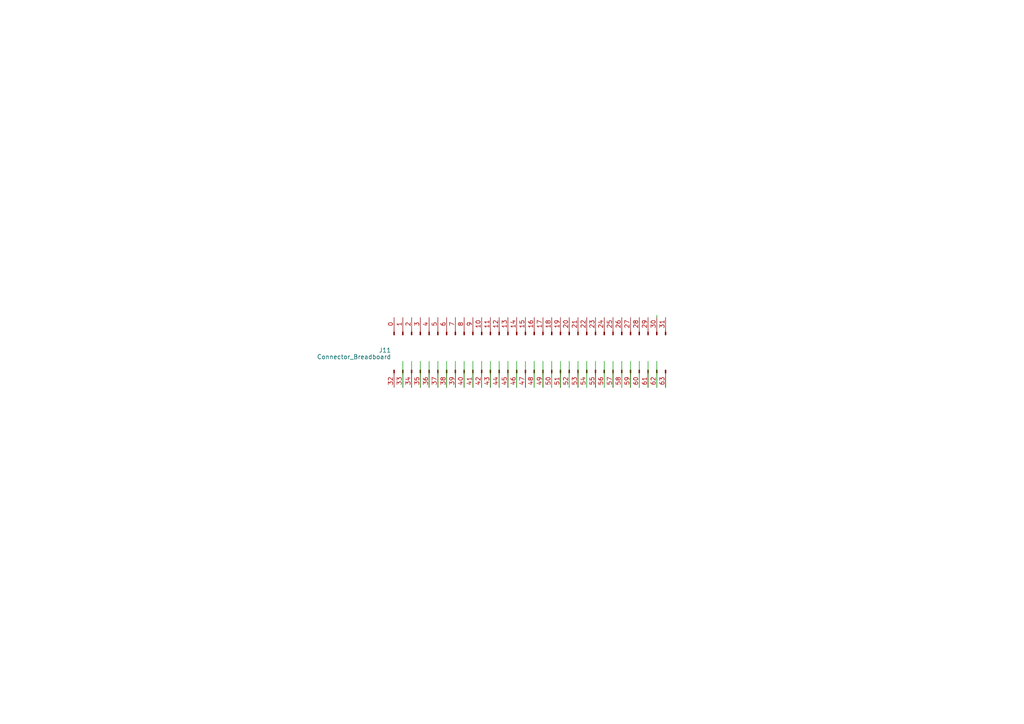
<source format=kicad_sch>
(kicad_sch (version 20230121) (generator eeschema)
  (paper "A4")
  (lib_symbols
    (symbol "JumperlessSymbols:Breadboard" (pin_names (offset 1.016) hide)
      (property "Reference" "J" (at 0 43.18 0))
      (property "Value" "Connector_Breadboard" (at 0 -43.18 0))
      (symbol "Breadboard_1_1"
        (rectangle (start -11.0236 -37.973) (end -10.16 -38.227) (stroke (width 0.1524)) (fill (type outline)))
        (rectangle (start -11.0236 -35.433) (end -10.16 -35.687) (stroke (width 0.1524)) (fill (type outline)))
        (rectangle (start -11.0236 -32.893) (end -10.16 -33.147) (stroke (width 0.1524)) (fill (type outline)))
        (rectangle (start -11.0236 -30.353) (end -10.16 -30.607) (stroke (width 0.1524)) (fill (type outline)))
        (rectangle (start -11.0236 -27.813) (end -10.16 -28.067) (stroke (width 0.1524)) (fill (type outline)))
        (rectangle (start -11.0236 -25.273) (end -10.16 -25.527) (stroke (width 0.1524)) (fill (type outline)))
        (rectangle (start -11.0236 -22.733) (end -10.16 -22.987) (stroke (width 0.1524)) (fill (type outline)))
        (rectangle (start -11.0236 -20.193) (end -10.16 -20.447) (stroke (width 0.1524)) (fill (type outline)))
        (rectangle (start -11.0236 -17.653) (end -10.16 -17.907) (stroke (width 0.1524)) (fill (type outline)))
        (rectangle (start -11.0236 -15.113) (end -10.16 -15.367) (stroke (width 0.1524)) (fill (type outline)))
        (rectangle (start -11.0236 -12.573) (end -10.16 -12.827) (stroke (width 0.1524)) (fill (type outline)))
        (rectangle (start -11.0236 -10.033) (end -10.16 -10.287) (stroke (width 0.1524)) (fill (type outline)))
        (rectangle (start -11.0236 -7.493) (end -10.16 -7.747) (stroke (width 0.1524)) (fill (type outline)))
        (rectangle (start -11.0236 -4.953) (end -10.16 -5.207) (stroke (width 0.1524)) (fill (type outline)))
        (rectangle (start -11.0236 -2.413) (end -10.16 -2.667) (stroke (width 0.1524)) (fill (type outline)))
        (rectangle (start -11.0236 0.127) (end -10.16 -0.127) (stroke (width 0.1524)) (fill (type outline)))
        (rectangle (start -11.0236 2.667) (end -10.16 2.413) (stroke (width 0.1524)) (fill (type outline)))
        (rectangle (start -11.0236 5.207) (end -10.16 4.953) (stroke (width 0.1524)) (fill (type outline)))
        (rectangle (start -11.0236 7.747) (end -10.16 7.493) (stroke (width 0.1524)) (fill (type outline)))
        (rectangle (start -11.0236 10.287) (end -10.16 10.033) (stroke (width 0.1524)) (fill (type outline)))
        (rectangle (start -11.0236 12.827) (end -10.16 12.573) (stroke (width 0.1524)) (fill (type outline)))
        (rectangle (start -11.0236 15.367) (end -10.16 15.113) (stroke (width 0.1524)) (fill (type outline)))
        (rectangle (start -11.0236 17.907) (end -10.16 17.653) (stroke (width 0.1524)) (fill (type outline)))
        (rectangle (start -11.0236 20.447) (end -10.16 20.193) (stroke (width 0.1524)) (fill (type outline)))
        (rectangle (start -11.0236 22.987) (end -10.16 22.733) (stroke (width 0.1524)) (fill (type outline)))
        (rectangle (start -11.0236 25.527) (end -10.16 25.273) (stroke (width 0.1524)) (fill (type outline)))
        (rectangle (start -11.0236 28.067) (end -10.16 27.813) (stroke (width 0.1524)) (fill (type outline)))
        (rectangle (start -11.0236 30.607) (end -10.16 30.353) (stroke (width 0.1524)) (fill (type outline)))
        (rectangle (start -11.0236 33.147) (end -10.16 32.893) (stroke (width 0.1524)) (fill (type outline)))
        (rectangle (start -11.0236 35.687) (end -10.16 35.433) (stroke (width 0.1524)) (fill (type outline)))
        (rectangle (start -11.0236 38.227) (end -10.16 37.973) (stroke (width 0.1524)) (fill (type outline)))
        (rectangle (start -11.0236 40.767) (end -10.16 40.513) (stroke (width 0.1524)) (fill (type outline)))
        (polyline (pts (xy -11.43 -38.1) (xy -11.0236 -38.1)) (stroke (width 0.1524)))
        (polyline (pts (xy -11.43 -35.56) (xy -11.0236 -35.56)) (stroke (width 0.1524)))
        (polyline (pts (xy -11.43 -33.02) (xy -11.0236 -33.02)) (stroke (width 0.1524)))
        (polyline (pts (xy -11.43 -30.48) (xy -11.0236 -30.48)) (stroke (width 0.1524)))
        (polyline (pts (xy -11.43 -27.94) (xy -11.0236 -27.94)) (stroke (width 0.1524)))
        (polyline (pts (xy -11.43 -25.4) (xy -11.0236 -25.4)) (stroke (width 0.1524)))
        (polyline (pts (xy -11.43 -22.86) (xy -11.0236 -22.86)) (stroke (width 0.1524)))
        (polyline (pts (xy -11.43 -20.32) (xy -11.0236 -20.32)) (stroke (width 0.1524)))
        (polyline (pts (xy -11.43 -17.78) (xy -11.0236 -17.78)) (stroke (width 0.1524)))
        (polyline (pts (xy -11.43 -15.24) (xy -11.0236 -15.24)) (stroke (width 0.1524)))
        (polyline (pts (xy -11.43 -12.7) (xy -11.0236 -12.7)) (stroke (width 0.1524)))
        (polyline (pts (xy -11.43 -10.16) (xy -11.0236 -10.16)) (stroke (width 0.1524)))
        (polyline (pts (xy -11.43 -7.62) (xy -11.0236 -7.62)) (stroke (width 0.1524)))
        (polyline (pts (xy -11.43 -5.08) (xy -11.0236 -5.08)) (stroke (width 0.1524)))
        (polyline (pts (xy -11.43 -2.54) (xy -11.0236 -2.54)) (stroke (width 0.1524)))
        (polyline (pts (xy -11.43 0) (xy -11.0236 0)) (stroke (width 0.1524)))
        (polyline (pts (xy -11.43 2.54) (xy -11.0236 2.54)) (stroke (width 0.1524)))
        (polyline (pts (xy -11.43 5.08) (xy -11.0236 5.08)) (stroke (width 0.1524)))
        (polyline (pts (xy -11.43 7.62) (xy -11.0236 7.62)) (stroke (width 0.1524)))
        (polyline (pts (xy -11.43 10.16) (xy -11.0236 10.16)) (stroke (width 0.1524)))
        (polyline (pts (xy -11.43 12.7) (xy -11.0236 12.7)) (stroke (width 0.1524)))
        (polyline (pts (xy -11.43 15.24) (xy -11.0236 15.24)) (stroke (width 0.1524)))
        (polyline (pts (xy -11.43 17.78) (xy -11.0236 17.78)) (stroke (width 0.1524)))
        (polyline (pts (xy -11.43 20.32) (xy -11.0236 20.32)) (stroke (width 0.1524)))
        (polyline (pts (xy -11.43 22.86) (xy -11.0236 22.86)) (stroke (width 0.1524)))
        (polyline (pts (xy -11.43 25.4) (xy -11.0236 25.4)) (stroke (width 0.1524)))
        (polyline (pts (xy -11.43 27.94) (xy -11.0236 27.94)) (stroke (width 0.1524)))
        (polyline (pts (xy -11.43 30.48) (xy -11.0236 30.48)) (stroke (width 0.1524)))
        (polyline (pts (xy -11.43 33.02) (xy -11.0236 33.02)) (stroke (width 0.1524)))
        (polyline (pts (xy -11.43 35.56) (xy -11.0236 35.56)) (stroke (width 0.1524)))
        (polyline (pts (xy -11.43 38.1) (xy -11.0236 38.1)) (stroke (width 0.1524)))
        (polyline (pts (xy -11.43 40.64) (xy -11.0236 40.64)) (stroke (width 0.1524)))
        (polyline (pts (xy 1.27 -38.1) (xy 0.8636 -38.1)) (stroke (width 0.1524)))
        (polyline (pts (xy 1.27 -35.56) (xy 0.8636 -35.56)) (stroke (width 0.1524)))
        (polyline (pts (xy 1.27 -33.02) (xy 0.8636 -33.02)) (stroke (width 0.1524)))
        (polyline (pts (xy 1.27 -30.48) (xy 0.8636 -30.48)) (stroke (width 0.1524)))
        (polyline (pts (xy 1.27 -27.94) (xy 0.8636 -27.94)) (stroke (width 0.1524)))
        (polyline (pts (xy 1.27 -25.4) (xy 0.8636 -25.4)) (stroke (width 0.1524)))
        (polyline (pts (xy 1.27 -22.86) (xy 0.8636 -22.86)) (stroke (width 0.1524)))
        (polyline (pts (xy 1.27 -20.32) (xy 0.8636 -20.32)) (stroke (width 0.1524)))
        (polyline (pts (xy 1.27 -17.78) (xy 0.8636 -17.78)) (stroke (width 0.1524)))
        (polyline (pts (xy 1.27 -15.24) (xy 0.8636 -15.24)) (stroke (width 0.1524)))
        (polyline (pts (xy 1.27 -12.7) (xy 0.8636 -12.7)) (stroke (width 0.1524)))
        (polyline (pts (xy 1.27 -10.16) (xy 0.8636 -10.16)) (stroke (width 0.1524)))
        (polyline (pts (xy 1.27 -7.62) (xy 0.8636 -7.62)) (stroke (width 0.1524)))
        (polyline (pts (xy 1.27 -5.08) (xy 0.8636 -5.08)) (stroke (width 0.1524)))
        (polyline (pts (xy 1.27 -2.54) (xy 0.8636 -2.54)) (stroke (width 0.1524)))
        (polyline (pts (xy 1.27 0) (xy 0.8636 0)) (stroke (width 0.1524)))
        (polyline (pts (xy 1.27 2.54) (xy 0.8636 2.54)) (stroke (width 0.1524)))
        (polyline (pts (xy 1.27 5.08) (xy 0.8636 5.08)) (stroke (width 0.1524)))
        (polyline (pts (xy 1.27 7.62) (xy 0.8636 7.62)) (stroke (width 0.1524)))
        (polyline (pts (xy 1.27 10.16) (xy 0.8636 10.16)) (stroke (width 0.1524)))
        (polyline (pts (xy 1.27 12.7) (xy 0.8636 12.7)) (stroke (width 0.1524)))
        (polyline (pts (xy 1.27 15.24) (xy 0.8636 15.24)) (stroke (width 0.1524)))
        (polyline (pts (xy 1.27 17.78) (xy 0.8636 17.78)) (stroke (width 0.1524)))
        (polyline (pts (xy 1.27 20.32) (xy 0.8636 20.32)) (stroke (width 0.1524)))
        (polyline (pts (xy 1.27 22.86) (xy 0.8636 22.86)) (stroke (width 0.1524)))
        (polyline (pts (xy 1.27 25.4) (xy 0.8636 25.4)) (stroke (width 0.1524)))
        (polyline (pts (xy 1.27 27.94) (xy 0.8636 27.94)) (stroke (width 0.1524)))
        (polyline (pts (xy 1.27 30.48) (xy 0.8636 30.48)) (stroke (width 0.1524)))
        (polyline (pts (xy 1.27 33.02) (xy 0.8636 33.02)) (stroke (width 0.1524)))
        (polyline (pts (xy 1.27 35.56) (xy 0.8636 35.56)) (stroke (width 0.1524)))
        (polyline (pts (xy 1.27 38.1) (xy 0.8636 38.1)) (stroke (width 0.1524)))
        (polyline (pts (xy 1.27 40.64) (xy 0.8636 40.64)) (stroke (width 0.1524)))
        (rectangle (start 0.8636 -37.973) (end 0 -38.227) (stroke (width 0.1524)) (fill (type outline)))
        (rectangle (start 0.8636 -35.433) (end 0 -35.687) (stroke (width 0.1524)) (fill (type outline)))
        (rectangle (start 0.8636 -32.893) (end 0 -33.147) (stroke (width 0.1524)) (fill (type outline)))
        (rectangle (start 0.8636 -30.353) (end 0 -30.607) (stroke (width 0.1524)) (fill (type outline)))
        (rectangle (start 0.8636 -27.813) (end 0 -28.067) (stroke (width 0.1524)) (fill (type outline)))
        (rectangle (start 0.8636 -25.273) (end 0 -25.527) (stroke (width 0.1524)) (fill (type outline)))
        (rectangle (start 0.8636 -22.733) (end 0 -22.987) (stroke (width 0.1524)) (fill (type outline)))
        (rectangle (start 0.8636 -20.193) (end 0 -20.447) (stroke (width 0.1524)) (fill (type outline)))
        (rectangle (start 0.8636 -17.653) (end 0 -17.907) (stroke (width 0.1524)) (fill (type outline)))
        (rectangle (start 0.8636 -15.113) (end 0 -15.367) (stroke (width 0.1524)) (fill (type outline)))
        (rectangle (start 0.8636 -12.573) (end 0 -12.827) (stroke (width 0.1524)) (fill (type outline)))
        (rectangle (start 0.8636 -10.033) (end 0 -10.287) (stroke (width 0.1524)) (fill (type outline)))
        (rectangle (start 0.8636 -7.493) (end 0 -7.747) (stroke (width 0.1524)) (fill (type outline)))
        (rectangle (start 0.8636 -4.953) (end 0 -5.207) (stroke (width 0.1524)) (fill (type outline)))
        (rectangle (start 0.8636 -2.413) (end 0 -2.667) (stroke (width 0.1524)) (fill (type outline)))
        (rectangle (start 0.8636 0.127) (end 0 -0.127) (stroke (width 0.1524)) (fill (type outline)))
        (rectangle (start 0.8636 2.667) (end 0 2.413) (stroke (width 0.1524)) (fill (type outline)))
        (rectangle (start 0.8636 5.207) (end 0 4.953) (stroke (width 0.1524)) (fill (type outline)))
        (rectangle (start 0.8636 7.747) (end 0 7.493) (stroke (width 0.1524)) (fill (type outline)))
        (rectangle (start 0.8636 10.287) (end 0 10.033) (stroke (width 0.1524)) (fill (type outline)))
        (rectangle (start 0.8636 12.827) (end 0 12.573) (stroke (width 0.1524)) (fill (type outline)))
        (rectangle (start 0.8636 15.367) (end 0 15.113) (stroke (width 0.1524)) (fill (type outline)))
        (rectangle (start 0.8636 17.907) (end 0 17.653) (stroke (width 0.1524)) (fill (type outline)))
        (rectangle (start 0.8636 20.447) (end 0 20.193) (stroke (width 0.1524)) (fill (type outline)))
        (rectangle (start 0.8636 22.987) (end 0 22.733) (stroke (width 0.1524)) (fill (type outline)))
        (rectangle (start 0.8636 25.527) (end 0 25.273) (stroke (width 0.1524)) (fill (type outline)))
        (rectangle (start 0.8636 28.067) (end 0 27.813) (stroke (width 0.1524)) (fill (type outline)))
        (rectangle (start 0.8636 30.607) (end 0 30.353) (stroke (width 0.1524)) (fill (type outline)))
        (rectangle (start 0.8636 33.147) (end 0 32.893) (stroke (width 0.1524)) (fill (type outline)))
        (rectangle (start 0.8636 35.687) (end 0 35.433) (stroke (width 0.1524)) (fill (type outline)))
        (rectangle (start 0.8636 38.227) (end 0 37.973) (stroke (width 0.1524)) (fill (type outline)))
        (rectangle (start 0.8636 40.767) (end 0 40.513) (stroke (width 0.1524)) (fill (type outline)))
        (pin passive line (at 5.08 40.64 180) (length 3.81) (name "Pin_0") (number "0"))
        (pin passive line (at 5.08 38.1 180) (length 3.81) (name "Pin_1") (number "1"))
        (pin passive line (at 5.08 15.24 180) (length 3.81) (name "Pin_10") (number "10"))
        (pin passive line (at 5.08 12.7 180) (length 3.81) (name "Pin_11") (number "11"))
        (pin passive line (at 5.08 10.16 180) (length 3.81) (name "Pin_12") (number "12"))
        (pin passive line (at 5.08 7.62 180) (length 3.81) (name "Pin_13") (number "13"))
        (pin passive line (at 5.08 5.08 180) (length 3.81) (name "Pin_14") (number "14"))
        (pin passive line (at 5.08 2.54 180) (length 3.81) (name "Pin_15") (number "15"))
        (pin passive line (at 5.08 0 180) (length 3.81) (name "Pin_16") (number "16"))
        (pin passive line (at 5.08 -2.54 180) (length 3.81) (name "Pin_17") (number "17"))
        (pin passive line (at 5.08 -5.08 180) (length 3.81) (name "Pin_18") (number "18"))
        (pin passive line (at 5.08 -7.62 180) (length 3.81) (name "Pin_19") (number "19"))
        (pin passive line (at 5.08 35.56 180) (length 3.81) (name "Pin_2") (number "2"))
        (pin passive line (at 5.08 -10.16 180) (length 3.81) (name "Pin_20") (number "20"))
        (pin passive line (at 5.08 -12.7 180) (length 3.81) (name "Pin_21") (number "21"))
        (pin passive line (at 5.08 -15.24 180) (length 3.81) (name "Pin_22") (number "22"))
        (pin passive line (at 5.08 -17.78 180) (length 3.81) (name "Pin_23") (number "23"))
        (pin passive line (at 5.08 -20.32 180) (length 3.81) (name "Pin_24") (number "24"))
        (pin passive line (at 5.08 -22.86 180) (length 3.81) (name "Pin_25") (number "25"))
        (pin passive line (at 5.08 -25.4 180) (length 3.81) (name "Pin_26") (number "26"))
        (pin passive line (at 5.08 -27.94 180) (length 3.81) (name "Pin_27") (number "27"))
        (pin passive line (at 5.08 -30.48 180) (length 3.81) (name "Pin_28") (number "28"))
        (pin passive line (at 5.08 -33.02 180) (length 3.81) (name "Pin_29") (number "29"))
        (pin passive line (at 5.08 33.02 180) (length 3.81) (name "Pin_3") (number "3"))
        (pin passive line (at 5.08 -35.56 180) (length 3.81) (name "Pin_30") (number "30"))
        (pin passive line (at 5.08 -38.1 180) (length 3.81) (name "Pin_31") (number "31"))
        (pin passive line (at -15.24 40.64 0) (length 3.81) (name "Pin_0") (number "32"))
        (pin passive line (at -15.24 38.1 0) (length 3.81) (name "Pin_1") (number "33"))
        (pin passive line (at -15.24 35.56 0) (length 3.81) (name "Pin_2") (number "34"))
        (pin passive line (at -15.24 33.02 0) (length 3.81) (name "Pin_3") (number "35"))
        (pin passive line (at -15.24 30.48 0) (length 3.81) (name "Pin_4") (number "36"))
        (pin passive line (at -15.24 27.94 0) (length 3.81) (name "Pin_5") (number "37"))
        (pin passive line (at -15.24 25.4 0) (length 3.81) (name "Pin_6") (number "38"))
        (pin passive line (at -15.24 22.86 0) (length 3.81) (name "Pin_7") (number "39"))
        (pin passive line (at 5.08 30.48 180) (length 3.81) (name "Pin_4") (number "4"))
        (pin passive line (at -15.24 20.32 0) (length 3.81) (name "Pin_8") (number "40"))
        (pin passive line (at -15.24 17.78 0) (length 3.81) (name "Pin_9") (number "41"))
        (pin passive line (at -15.24 15.24 0) (length 3.81) (name "Pin_10") (number "42"))
        (pin passive line (at -15.24 12.7 0) (length 3.81) (name "Pin_11") (number "43"))
        (pin passive line (at -15.24 10.16 0) (length 3.81) (name "Pin_12") (number "44"))
        (pin passive line (at -15.24 7.62 0) (length 3.81) (name "Pin_13") (number "45"))
        (pin passive line (at -15.24 5.08 0) (length 3.81) (name "Pin_14") (number "46"))
        (pin passive line (at -15.24 2.54 0) (length 3.81) (name "Pin_15") (number "47"))
        (pin passive line (at -15.24 0 0) (length 3.81) (name "Pin_16") (number "48"))
        (pin passive line (at -15.24 -2.54 0) (length 3.81) (name "Pin_17") (number "49"))
        (pin passive line (at 5.08 27.94 180) (length 3.81) (name "Pin_5") (number "5"))
        (pin passive line (at -15.24 -5.08 0) (length 3.81) (name "Pin_18") (number "50"))
        (pin passive line (at -15.24 -7.62 0) (length 3.81) (name "Pin_19") (number "51"))
        (pin passive line (at -15.24 -10.16 0) (length 3.81) (name "Pin_20") (number "52"))
        (pin passive line (at -15.24 -12.7 0) (length 3.81) (name "Pin_21") (number "53"))
        (pin passive line (at -15.24 -15.24 0) (length 3.81) (name "Pin_22") (number "54"))
        (pin passive line (at -15.24 -17.78 0) (length 3.81) (name "Pin_23") (number "55"))
        (pin passive line (at -15.24 -20.32 0) (length 3.81) (name "Pin_24") (number "56"))
        (pin passive line (at -15.24 -22.86 0) (length 3.81) (name "Pin_25") (number "57"))
        (pin passive line (at -15.24 -25.4 0) (length 3.81) (name "Pin_26") (number "58"))
        (pin passive line (at -15.24 -27.94 0) (length 3.81) (name "Pin_27") (number "59"))
        (pin passive line (at 5.08 25.4 180) (length 3.81) (name "Pin_6") (number "6"))
        (pin passive line (at -15.24 -30.48 0) (length 3.81) (name "Pin_28") (number "60"))
        (pin passive line (at -15.24 -33.02 0) (length 3.81) (name "Pin_29") (number "61"))
        (pin passive line (at -15.24 -35.56 0) (length 3.81) (name "Pin_30") (number "62"))
        (pin passive line (at -15.24 -38.1 0) (length 3.81) (name "Pin_31") (number "63"))
        (pin passive line (at 5.08 22.86 180) (length 3.81) (name "Pin_7") (number "7"))
        (pin passive line (at 5.08 20.32 180) (length 3.81) (name "Pin_8") (number "8"))
        (pin passive line (at 5.08 17.78 180) (length 3.81) (name "Pin_9") (number "9"))
      )
    )
  )
  (wire (pts (xy 162.56 104.775) (xy 162.56 112.395)))
  (wire (pts (xy 144.78 104.775) (xy 144.78 112.395)))
  (wire (pts (xy 160.02 104.775) (xy 160.02 112.395)))
  (wire (pts (xy 167.64 104.775) (xy 167.64 112.395)))
  (wire (pts (xy 119.38 104.775) (xy 119.38 112.395)))
  (wire (pts (xy 177.8 104.775) (xy 177.8 112.395)))
  (wire (pts (xy 134.62 104.775) (xy 134.62 112.395)))
  (wire (pts (xy 139.7 104.775) (xy 139.7 112.395)))
  (wire (pts (xy 190.5 104.775) (xy 190.5 112.395)))
  (wire (pts (xy 187.96 104.775) (xy 187.96 112.395)))
  (wire (pts (xy 124.46 104.775) (xy 124.46 112.395)))
  (wire (pts (xy 180.34 104.775) (xy 180.34 112.395)))
  (wire (pts (xy 142.24 104.775) (xy 142.24 112.395)))
  (wire (pts (xy 154.94 104.775) (xy 154.94 112.395)))
  (wire (pts (xy 132.08 104.775) (xy 132.08 112.395)))
  (wire (pts (xy 149.86 104.775) (xy 149.86 112.395)))
  (wire (pts (xy 127 104.775) (xy 127 112.395)))
  (wire (pts (xy 129.54 104.775) (xy 129.54 112.395)))
  (wire (pts (xy 121.92 104.775) (xy 121.92 112.395)))
  (wire (pts (xy 147.32 104.775) (xy 147.32 112.395)))
  (wire (pts (xy 152.4 104.775) (xy 152.4 112.395)))
  (wire (pts (xy 182.88 104.775) (xy 182.88 112.395)))
  (wire (pts (xy 185.42 104.775) (xy 185.42 112.395)))
  (wire (pts (xy 190.5 91.44) (xy 190.5 92.075)))
  (wire (pts (xy 116.84 104.775) (xy 116.84 112.395)))
  (wire (pts (xy 137.16 104.775) (xy 137.16 112.395)))
  (wire (pts (xy 170.18 104.775) (xy 170.18 112.395)))
  (wire (pts (xy 165.1 104.775) (xy 165.1 112.395)))
  (wire (pts (xy 172.72 104.775) (xy 172.72 112.395)))
  (wire (pts (xy 175.26 104.775) (xy 175.26 112.395)))
  (wire (pts (xy 157.48 104.775) (xy 157.48 112.395)))
  (wire (pts (xy 193.04 109.22) (xy 193.04 112.395)))
  (symbol (lib_id "JumperlessSymbols:Breadboard") (at 154.94 97.155 90) (unit 1)
    (property "Reference" "J11" (at 113.4619 101.5913 90) (effects (justify left)))
    (property "Value" "Connector_Breadboard" (at 113.4619 103.5123 90) (effects (justify left)))
    (property "Footprint" "Connector:Breadboard_CustomClips_Fallback" (effects hide))
  )
)
</source>
